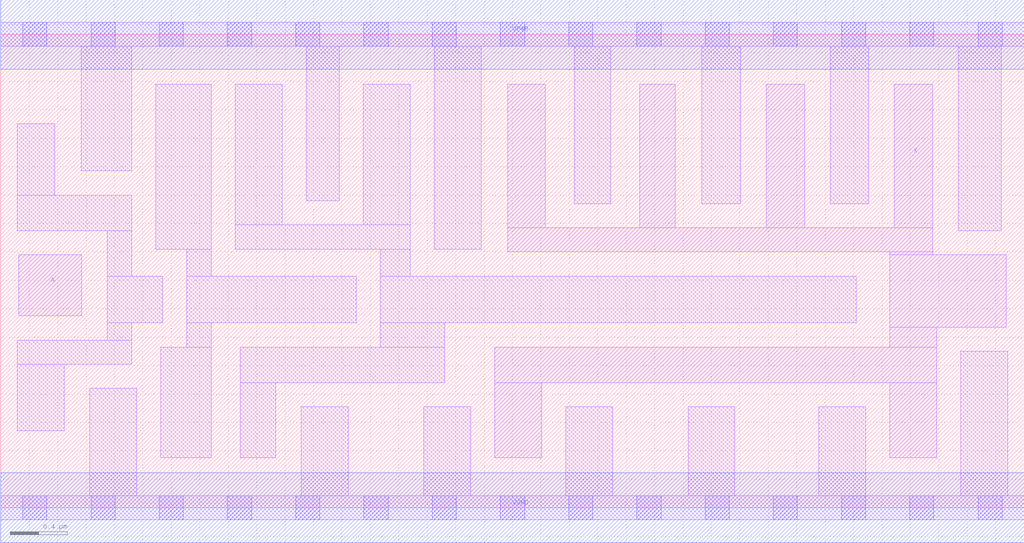
<source format=lef>
# Copyright 2020 The SkyWater PDK Authors
#
# Licensed under the Apache License, Version 2.0 (the "License");
# you may not use this file except in compliance with the License.
# You may obtain a copy of the License at
#
#     https://www.apache.org/licenses/LICENSE-2.0
#
# Unless required by applicable law or agreed to in writing, software
# distributed under the License is distributed on an "AS IS" BASIS,
# WITHOUT WARRANTIES OR CONDITIONS OF ANY KIND, either express or implied.
# See the License for the specific language governing permissions and
# limitations under the License.
#
# SPDX-License-Identifier: Apache-2.0

VERSION 5.5 ;
NAMESCASESENSITIVE ON ;
BUSBITCHARS "[]" ;
DIVIDERCHAR "/" ;
MACRO sky130_fd_sc_ls__bufbuf_8
  CLASS CORE ;
  SOURCE USER ;
  ORIGIN  0.000000  0.000000 ;
  SIZE  7.200000 BY  3.330000 ;
  SYMMETRY X Y ;
  SITE unit ;
  PIN A
    ANTENNAGATEAREA  0.208000 ;
    DIRECTION INPUT ;
    USE SIGNAL ;
    PORT
      LAYER li1 ;
        RECT 0.125000 1.350000 0.570000 1.780000 ;
    END
  END A
  PIN X
    ANTENNADIFFAREA  2.273200 ;
    DIRECTION OUTPUT ;
    USE SIGNAL ;
    PORT
      LAYER li1 ;
        RECT 3.475000 0.350000 3.805000 0.880000 ;
        RECT 3.475000 0.880000 6.585000 1.130000 ;
        RECT 3.565000 1.800000 6.555000 1.970000 ;
        RECT 3.565000 1.970000 3.830000 2.980000 ;
        RECT 4.495000 1.970000 4.745000 2.980000 ;
        RECT 5.385000 1.970000 5.655000 2.980000 ;
        RECT 6.255000 0.350000 6.585000 0.880000 ;
        RECT 6.255000 1.130000 6.585000 1.270000 ;
        RECT 6.255000 1.270000 7.075000 1.780000 ;
        RECT 6.255000 1.780000 6.555000 1.800000 ;
        RECT 6.285000 1.970000 6.555000 2.980000 ;
    END
  END X
  PIN VGND
    DIRECTION INOUT ;
    SHAPE ABUTMENT ;
    USE GROUND ;
    PORT
      LAYER met1 ;
        RECT 0.000000 -0.245000 7.200000 0.245000 ;
    END
  END VGND
  PIN VPWR
    DIRECTION INOUT ;
    SHAPE ABUTMENT ;
    USE POWER ;
    PORT
      LAYER met1 ;
        RECT 0.000000 3.085000 7.200000 3.575000 ;
    END
  END VPWR
  OBS
    LAYER li1 ;
      RECT 0.000000 -0.085000 7.200000 0.085000 ;
      RECT 0.000000  3.245000 7.200000 3.415000 ;
      RECT 0.115000  0.540000 0.445000 1.010000 ;
      RECT 0.115000  1.010000 0.920000 1.180000 ;
      RECT 0.115000  1.950000 0.920000 2.200000 ;
      RECT 0.115000  2.200000 0.380000 2.700000 ;
      RECT 0.565000  2.370000 0.920000 3.245000 ;
      RECT 0.625000  0.085000 0.955000 0.840000 ;
      RECT 0.750000  1.180000 0.920000 1.300000 ;
      RECT 0.750000  1.300000 1.140000 1.630000 ;
      RECT 0.750000  1.630000 0.920000 1.950000 ;
      RECT 1.090000  1.820000 1.480000 2.980000 ;
      RECT 1.125000  0.350000 1.480000 1.130000 ;
      RECT 1.310000  1.130000 1.480000 1.300000 ;
      RECT 1.310000  1.300000 2.500000 1.630000 ;
      RECT 1.310000  1.630000 1.480000 1.820000 ;
      RECT 1.650000  1.820000 2.880000 1.990000 ;
      RECT 1.650000  1.990000 1.980000 2.980000 ;
      RECT 1.685000  0.350000 1.935000 0.880000 ;
      RECT 1.685000  0.880000 3.125000 1.130000 ;
      RECT 2.115000  0.085000 2.445000 0.710000 ;
      RECT 2.150000  2.160000 2.380000 3.245000 ;
      RECT 2.550000  1.990000 2.880000 2.980000 ;
      RECT 2.670000  1.130000 3.125000 1.300000 ;
      RECT 2.670000  1.300000 6.020000 1.630000 ;
      RECT 2.670000  1.630000 2.880000 1.820000 ;
      RECT 2.975000  0.085000 3.305000 0.710000 ;
      RECT 3.050000  1.820000 3.380000 3.245000 ;
      RECT 3.975000  0.085000 4.305000 0.710000 ;
      RECT 4.035000  2.140000 4.290000 3.245000 ;
      RECT 4.835000  0.085000 5.165000 0.710000 ;
      RECT 4.930000  2.140000 5.205000 3.245000 ;
      RECT 5.755000  0.085000 6.085000 0.710000 ;
      RECT 5.835000  2.140000 6.105000 3.245000 ;
      RECT 6.735000  1.950000 7.040000 3.245000 ;
      RECT 6.755000  0.085000 7.085000 1.100000 ;
    LAYER mcon ;
      RECT 0.155000 -0.085000 0.325000 0.085000 ;
      RECT 0.155000  3.245000 0.325000 3.415000 ;
      RECT 0.635000 -0.085000 0.805000 0.085000 ;
      RECT 0.635000  3.245000 0.805000 3.415000 ;
      RECT 1.115000 -0.085000 1.285000 0.085000 ;
      RECT 1.115000  3.245000 1.285000 3.415000 ;
      RECT 1.595000 -0.085000 1.765000 0.085000 ;
      RECT 1.595000  3.245000 1.765000 3.415000 ;
      RECT 2.075000 -0.085000 2.245000 0.085000 ;
      RECT 2.075000  3.245000 2.245000 3.415000 ;
      RECT 2.555000 -0.085000 2.725000 0.085000 ;
      RECT 2.555000  3.245000 2.725000 3.415000 ;
      RECT 3.035000 -0.085000 3.205000 0.085000 ;
      RECT 3.035000  3.245000 3.205000 3.415000 ;
      RECT 3.515000 -0.085000 3.685000 0.085000 ;
      RECT 3.515000  3.245000 3.685000 3.415000 ;
      RECT 3.995000 -0.085000 4.165000 0.085000 ;
      RECT 3.995000  3.245000 4.165000 3.415000 ;
      RECT 4.475000 -0.085000 4.645000 0.085000 ;
      RECT 4.475000  3.245000 4.645000 3.415000 ;
      RECT 4.955000 -0.085000 5.125000 0.085000 ;
      RECT 4.955000  3.245000 5.125000 3.415000 ;
      RECT 5.435000 -0.085000 5.605000 0.085000 ;
      RECT 5.435000  3.245000 5.605000 3.415000 ;
      RECT 5.915000 -0.085000 6.085000 0.085000 ;
      RECT 5.915000  3.245000 6.085000 3.415000 ;
      RECT 6.395000 -0.085000 6.565000 0.085000 ;
      RECT 6.395000  3.245000 6.565000 3.415000 ;
      RECT 6.875000 -0.085000 7.045000 0.085000 ;
      RECT 6.875000  3.245000 7.045000 3.415000 ;
  END
END sky130_fd_sc_ls__bufbuf_8
END LIBRARY

</source>
